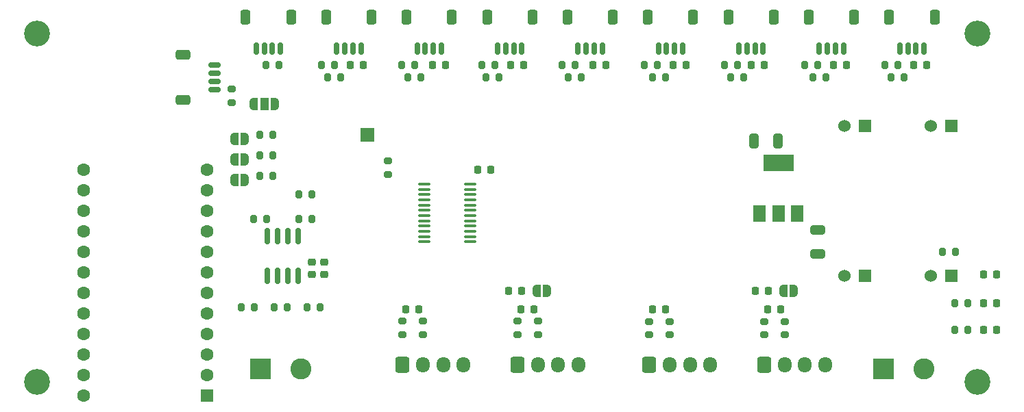
<source format=gts>
G04 #@! TF.GenerationSoftware,KiCad,Pcbnew,(6.0.0)*
G04 #@! TF.CreationDate,2022-12-27T21:52:24-05:00*
G04 #@! TF.ProjectId,rp2040 rs485 scale breakout,72703230-3430-4207-9273-343835207363,rev?*
G04 #@! TF.SameCoordinates,Original*
G04 #@! TF.FileFunction,Soldermask,Top*
G04 #@! TF.FilePolarity,Negative*
%FSLAX46Y46*%
G04 Gerber Fmt 4.6, Leading zero omitted, Abs format (unit mm)*
G04 Created by KiCad (PCBNEW (6.0.0)) date 2022-12-27 21:52:24*
%MOMM*%
%LPD*%
G01*
G04 APERTURE LIST*
G04 Aperture macros list*
%AMRoundRect*
0 Rectangle with rounded corners*
0 $1 Rounding radius*
0 $2 $3 $4 $5 $6 $7 $8 $9 X,Y pos of 4 corners*
0 Add a 4 corners polygon primitive as box body*
4,1,4,$2,$3,$4,$5,$6,$7,$8,$9,$2,$3,0*
0 Add four circle primitives for the rounded corners*
1,1,$1+$1,$2,$3*
1,1,$1+$1,$4,$5*
1,1,$1+$1,$6,$7*
1,1,$1+$1,$8,$9*
0 Add four rect primitives between the rounded corners*
20,1,$1+$1,$2,$3,$4,$5,0*
20,1,$1+$1,$4,$5,$6,$7,0*
20,1,$1+$1,$6,$7,$8,$9,0*
20,1,$1+$1,$8,$9,$2,$3,0*%
%AMFreePoly0*
4,1,22,0.500000,-0.750000,0.000000,-0.750000,0.000000,-0.745033,-0.079941,-0.743568,-0.215256,-0.701293,-0.333266,-0.622738,-0.424486,-0.514219,-0.481581,-0.384460,-0.499164,-0.250000,-0.500000,-0.250000,-0.500000,0.250000,-0.499164,0.250000,-0.499963,0.256109,-0.478152,0.396186,-0.417904,0.524511,-0.324060,0.630769,-0.204165,0.706417,-0.067858,0.745374,0.000000,0.744959,0.000000,0.750000,
0.500000,0.750000,0.500000,-0.750000,0.500000,-0.750000,$1*%
%AMFreePoly1*
4,1,20,0.000000,0.744959,0.073905,0.744508,0.209726,0.703889,0.328688,0.626782,0.421226,0.519385,0.479903,0.390333,0.500000,0.250000,0.500000,-0.250000,0.499851,-0.262216,0.476331,-0.402017,0.414519,-0.529596,0.319384,-0.634700,0.198574,-0.708877,0.061801,-0.746166,0.000000,-0.745033,0.000000,-0.750000,-0.500000,-0.750000,-0.500000,0.750000,0.000000,0.750000,0.000000,0.744959,
0.000000,0.744959,$1*%
%AMFreePoly2*
4,1,22,0.550000,-0.750000,0.000000,-0.750000,0.000000,-0.745033,-0.079941,-0.743568,-0.215256,-0.701293,-0.333266,-0.622738,-0.424486,-0.514219,-0.481581,-0.384460,-0.499164,-0.250000,-0.500000,-0.250000,-0.500000,0.250000,-0.499164,0.250000,-0.499963,0.256109,-0.478152,0.396186,-0.417904,0.524511,-0.324060,0.630769,-0.204165,0.706417,-0.067858,0.745374,0.000000,0.744959,0.000000,0.750000,
0.550000,0.750000,0.550000,-0.750000,0.550000,-0.750000,$1*%
%AMFreePoly3*
4,1,20,0.000000,0.744959,0.073905,0.744508,0.209726,0.703889,0.328688,0.626782,0.421226,0.519385,0.479903,0.390333,0.500000,0.250000,0.500000,-0.250000,0.499851,-0.262216,0.476331,-0.402017,0.414519,-0.529596,0.319384,-0.634700,0.198574,-0.708877,0.061801,-0.746166,0.000000,-0.745033,0.000000,-0.750000,-0.550000,-0.750000,-0.550000,0.750000,0.000000,0.750000,0.000000,0.744959,
0.000000,0.744959,$1*%
G04 Aperture macros list end*
%ADD10R,3.800000X2.000000*%
%ADD11R,1.500000X2.000000*%
%ADD12R,1.524000X1.524000*%
%ADD13C,1.524000*%
%ADD14RoundRect,0.200000X-0.200000X-0.275000X0.200000X-0.275000X0.200000X0.275000X-0.200000X0.275000X0*%
%ADD15R,2.600000X2.600000*%
%ADD16C,2.600000*%
%ADD17RoundRect,0.218750X0.218750X0.256250X-0.218750X0.256250X-0.218750X-0.256250X0.218750X-0.256250X0*%
%ADD18RoundRect,0.250000X0.325000X0.650000X-0.325000X0.650000X-0.325000X-0.650000X0.325000X-0.650000X0*%
%ADD19RoundRect,0.250000X-0.650000X0.325000X-0.650000X-0.325000X0.650000X-0.325000X0.650000X0.325000X0*%
%ADD20RoundRect,0.200000X0.275000X-0.200000X0.275000X0.200000X-0.275000X0.200000X-0.275000X-0.200000X0*%
%ADD21RoundRect,0.200000X0.200000X0.275000X-0.200000X0.275000X-0.200000X-0.275000X0.200000X-0.275000X0*%
%ADD22FreePoly0,0.000000*%
%ADD23FreePoly1,0.000000*%
%ADD24RoundRect,0.150000X0.150000X0.625000X-0.150000X0.625000X-0.150000X-0.625000X0.150000X-0.625000X0*%
%ADD25RoundRect,0.250000X0.350000X0.650000X-0.350000X0.650000X-0.350000X-0.650000X0.350000X-0.650000X0*%
%ADD26RoundRect,0.225000X-0.225000X-0.250000X0.225000X-0.250000X0.225000X0.250000X-0.225000X0.250000X0*%
%ADD27RoundRect,0.250000X-0.600000X-0.725000X0.600000X-0.725000X0.600000X0.725000X-0.600000X0.725000X0*%
%ADD28O,1.700000X1.950000*%
%ADD29RoundRect,0.225000X0.225000X0.250000X-0.225000X0.250000X-0.225000X-0.250000X0.225000X-0.250000X0*%
%ADD30RoundRect,0.150000X-0.150000X0.825000X-0.150000X-0.825000X0.150000X-0.825000X0.150000X0.825000X0*%
%ADD31R,1.700000X1.700000*%
%ADD32RoundRect,0.225000X0.250000X-0.225000X0.250000X0.225000X-0.250000X0.225000X-0.250000X-0.225000X0*%
%ADD33FreePoly2,180.000000*%
%ADD34R,1.000000X1.500000*%
%ADD35FreePoly3,180.000000*%
%ADD36RoundRect,0.100000X-0.637500X-0.100000X0.637500X-0.100000X0.637500X0.100000X-0.637500X0.100000X0*%
%ADD37C,3.200000*%
%ADD38RoundRect,0.200000X-0.275000X0.200000X-0.275000X-0.200000X0.275000X-0.200000X0.275000X0.200000X0*%
%ADD39R,1.600000X1.600000*%
%ADD40C,1.600000*%
%ADD41RoundRect,0.150000X-0.625000X0.150000X-0.625000X-0.150000X0.625000X-0.150000X0.625000X0.150000X0*%
%ADD42RoundRect,0.250000X-0.650000X0.350000X-0.650000X-0.350000X0.650000X-0.350000X0.650000X0.350000X0*%
G04 APERTURE END LIST*
D10*
X212344000Y-110134000D03*
D11*
X212344000Y-116434000D03*
X214644000Y-116434000D03*
X210044000Y-116434000D03*
D12*
X233680000Y-124079000D03*
D13*
X231140000Y-124079000D03*
D12*
X223012000Y-124079000D03*
D13*
X220472000Y-124079000D03*
D12*
X223012000Y-105537000D03*
D13*
X220472000Y-105537000D03*
X231140000Y-105537000D03*
D12*
X233680000Y-105537000D03*
D14*
X232601000Y-121158000D03*
X234251000Y-121158000D03*
X234125000Y-127508000D03*
X235775000Y-127508000D03*
X234125000Y-130810000D03*
X235775000Y-130810000D03*
D15*
X225298000Y-135636000D03*
D16*
X230298000Y-135636000D03*
D17*
X239293500Y-123952000D03*
X237718500Y-123952000D03*
X239293500Y-127508000D03*
X237718500Y-127508000D03*
X239293500Y-130810000D03*
X237718500Y-130810000D03*
D18*
X212295000Y-107442000D03*
X209345000Y-107442000D03*
D19*
X217170000Y-118413000D03*
X217170000Y-121363000D03*
D20*
X213106000Y-131394000D03*
X213106000Y-129744000D03*
D14*
X148273000Y-106680000D03*
X149923000Y-106680000D03*
D20*
X210566000Y-131394000D03*
X210566000Y-129744000D03*
D21*
X147637000Y-128016000D03*
X145987000Y-128016000D03*
D22*
X145146000Y-109728000D03*
D23*
X146446000Y-109728000D03*
D20*
X198882000Y-131394000D03*
X198882000Y-129744000D03*
X196342000Y-131394000D03*
X196342000Y-129744000D03*
D24*
X170727500Y-95980000D03*
X169727500Y-95980000D03*
X168727500Y-95980000D03*
X167727500Y-95980000D03*
D25*
X172027500Y-92105000D03*
X166427500Y-92105000D03*
D26*
X189471000Y-98044000D03*
X191021000Y-98044000D03*
D14*
X185611000Y-98044000D03*
X187261000Y-98044000D03*
D26*
X169659000Y-98044000D03*
X171209000Y-98044000D03*
D27*
X196422000Y-135141000D03*
D28*
X198922000Y-135141000D03*
X201422000Y-135141000D03*
X203922000Y-135141000D03*
D14*
X156655000Y-99568000D03*
X158305000Y-99568000D03*
D29*
X211087000Y-125997000D03*
X209537000Y-125997000D03*
D20*
X182626000Y-131381000D03*
X182626000Y-129731000D03*
D24*
X190603000Y-95980000D03*
X189603000Y-95980000D03*
X188603000Y-95980000D03*
X187603000Y-95980000D03*
D25*
X186303000Y-92105000D03*
X191903000Y-92105000D03*
D29*
X167907000Y-128270000D03*
X166357000Y-128270000D03*
D14*
X166561000Y-99568000D03*
X168211000Y-99568000D03*
D30*
X153035000Y-119191000D03*
X151765000Y-119191000D03*
X150495000Y-119191000D03*
X149225000Y-119191000D03*
X149225000Y-124141000D03*
X150495000Y-124141000D03*
X151765000Y-124141000D03*
X153035000Y-124141000D03*
D26*
X229095000Y-98044000D03*
X230645000Y-98044000D03*
D27*
X210626000Y-135124000D03*
D28*
X213126000Y-135124000D03*
X215626000Y-135124000D03*
X218126000Y-135124000D03*
D21*
X151701000Y-128016000D03*
X150051000Y-128016000D03*
D31*
X161544000Y-106680000D03*
D32*
X154686000Y-123965000D03*
X154686000Y-122415000D03*
D24*
X230354000Y-95980000D03*
X229354000Y-95980000D03*
X228354000Y-95980000D03*
X227354000Y-95980000D03*
D25*
X226054000Y-92105000D03*
X231654000Y-92105000D03*
D14*
X206439000Y-99568000D03*
X208089000Y-99568000D03*
X165799000Y-98044000D03*
X167449000Y-98044000D03*
X196787000Y-99568000D03*
X198437000Y-99568000D03*
D15*
X148362000Y-135600000D03*
D16*
X153362000Y-135600000D03*
D14*
X195771000Y-98044000D03*
X197421000Y-98044000D03*
D33*
X150144000Y-102870000D03*
D34*
X148844000Y-102870000D03*
D35*
X147544000Y-102870000D03*
D26*
X159499000Y-98044000D03*
X161049000Y-98044000D03*
D36*
X168587500Y-112757000D03*
X168587500Y-113407000D03*
X168587500Y-114057000D03*
X168587500Y-114707000D03*
X168587500Y-115357000D03*
X168587500Y-116007000D03*
X168587500Y-116657000D03*
X168587500Y-117307000D03*
X168587500Y-117957000D03*
X168587500Y-118607000D03*
X168587500Y-119257000D03*
X168587500Y-119907000D03*
X174312500Y-119907000D03*
X174312500Y-119257000D03*
X174312500Y-118607000D03*
X174312500Y-117957000D03*
X174312500Y-117307000D03*
X174312500Y-116657000D03*
X174312500Y-116007000D03*
X174312500Y-115357000D03*
X174312500Y-114707000D03*
X174312500Y-114057000D03*
X174312500Y-113407000D03*
X174312500Y-112757000D03*
D27*
X180146000Y-135111000D03*
D28*
X182646000Y-135111000D03*
X185146000Y-135111000D03*
X187646000Y-135111000D03*
D20*
X168402000Y-131381000D03*
X168402000Y-129731000D03*
X144780000Y-102679000D03*
X144780000Y-101029000D03*
D14*
X148273000Y-109220000D03*
X149923000Y-109220000D03*
D20*
X180086000Y-131381000D03*
X180086000Y-129731000D03*
D14*
X226251000Y-99568000D03*
X227901000Y-99568000D03*
D24*
X200540750Y-95980000D03*
X199540750Y-95980000D03*
X198540750Y-95980000D03*
X197540750Y-95980000D03*
D25*
X201840750Y-92105000D03*
X196240750Y-92105000D03*
D26*
X175247000Y-110998000D03*
X176797000Y-110998000D03*
D37*
X236895000Y-94121000D03*
D14*
X205677000Y-98044000D03*
X207327000Y-98044000D03*
D24*
X220416250Y-95980000D03*
X219416250Y-95980000D03*
X218416250Y-95980000D03*
X217416250Y-95980000D03*
D25*
X216116250Y-92105000D03*
X221716250Y-92105000D03*
D37*
X120816000Y-94121000D03*
D21*
X155765000Y-128016000D03*
X154115000Y-128016000D03*
D29*
X212611000Y-128283000D03*
X211061000Y-128283000D03*
D14*
X148273000Y-111760000D03*
X149923000Y-111760000D03*
D37*
X236895000Y-137200000D03*
D21*
X154749000Y-117094000D03*
X153099000Y-117094000D03*
D32*
X156210000Y-123965000D03*
X156210000Y-122415000D03*
D22*
X145146000Y-112268000D03*
D23*
X146446000Y-112268000D03*
D27*
X165942000Y-135128000D03*
D28*
X168442000Y-135128000D03*
X170942000Y-135128000D03*
X173442000Y-135128000D03*
D38*
X164084000Y-109919000D03*
X164084000Y-111569000D03*
D14*
X175705000Y-98044000D03*
X177355000Y-98044000D03*
X216599000Y-99568000D03*
X218249000Y-99568000D03*
D26*
X199377000Y-98044000D03*
X200927000Y-98044000D03*
D14*
X215583000Y-98044000D03*
X217233000Y-98044000D03*
D22*
X212964000Y-125997000D03*
D23*
X214264000Y-125997000D03*
D14*
X186373000Y-99568000D03*
X188023000Y-99568000D03*
D20*
X165862000Y-131381000D03*
X165862000Y-129731000D03*
D24*
X160789750Y-95980000D03*
X159789750Y-95980000D03*
X158789750Y-95980000D03*
X157789750Y-95980000D03*
D25*
X156489750Y-92105000D03*
X162089750Y-92105000D03*
D37*
X120816000Y-137200000D03*
D24*
X210478500Y-95980000D03*
X209478500Y-95980000D03*
X208478500Y-95980000D03*
X207478500Y-95980000D03*
D25*
X211778500Y-92105000D03*
X206178500Y-92105000D03*
D26*
X179311000Y-98044000D03*
X180861000Y-98044000D03*
D21*
X150685000Y-98044000D03*
X149035000Y-98044000D03*
D39*
X141732000Y-138938000D03*
D40*
X141732000Y-136398000D03*
X141732000Y-133858000D03*
X141732000Y-131318000D03*
X141732000Y-128778000D03*
X141732000Y-126238000D03*
X141732000Y-123698000D03*
X141732000Y-121158000D03*
X141732000Y-118618000D03*
X141732000Y-116078000D03*
X141732000Y-113538000D03*
X141732000Y-110998000D03*
X126492000Y-110998000D03*
X126492000Y-113538000D03*
X126492000Y-116078000D03*
X126492000Y-118618000D03*
X126492000Y-121158000D03*
X126492000Y-123698000D03*
X126492000Y-126238000D03*
X126492000Y-128778000D03*
X126492000Y-131318000D03*
X126492000Y-133858000D03*
X126492000Y-136398000D03*
X126492000Y-138938000D03*
D22*
X182484000Y-125984000D03*
D23*
X183784000Y-125984000D03*
D24*
X150852000Y-95980000D03*
X149852000Y-95980000D03*
X148852000Y-95980000D03*
X147852000Y-95980000D03*
D25*
X146552000Y-92105000D03*
X152152000Y-92105000D03*
D29*
X182131000Y-128270000D03*
X180581000Y-128270000D03*
D21*
X154749000Y-114046000D03*
X153099000Y-114046000D03*
D26*
X209029000Y-98044000D03*
X210579000Y-98044000D03*
D24*
X180665250Y-95980000D03*
X179665250Y-95980000D03*
X178665250Y-95980000D03*
X177665250Y-95980000D03*
D25*
X176365250Y-92105000D03*
X181965250Y-92105000D03*
D41*
X142716000Y-98068000D03*
X142716000Y-99068000D03*
X142716000Y-100068000D03*
X142716000Y-101068000D03*
D42*
X138841000Y-96768000D03*
X138841000Y-102368000D03*
D22*
X145146000Y-107188000D03*
D23*
X146446000Y-107188000D03*
D14*
X225489000Y-98044000D03*
X227139000Y-98044000D03*
X147511000Y-117094000D03*
X149161000Y-117094000D03*
X176213000Y-99568000D03*
X177863000Y-99568000D03*
D26*
X219189000Y-98044000D03*
X220739000Y-98044000D03*
D14*
X155893000Y-98044000D03*
X157543000Y-98044000D03*
D29*
X180607000Y-125984000D03*
X179057000Y-125984000D03*
X198387000Y-128283000D03*
X196837000Y-128283000D03*
M02*

</source>
